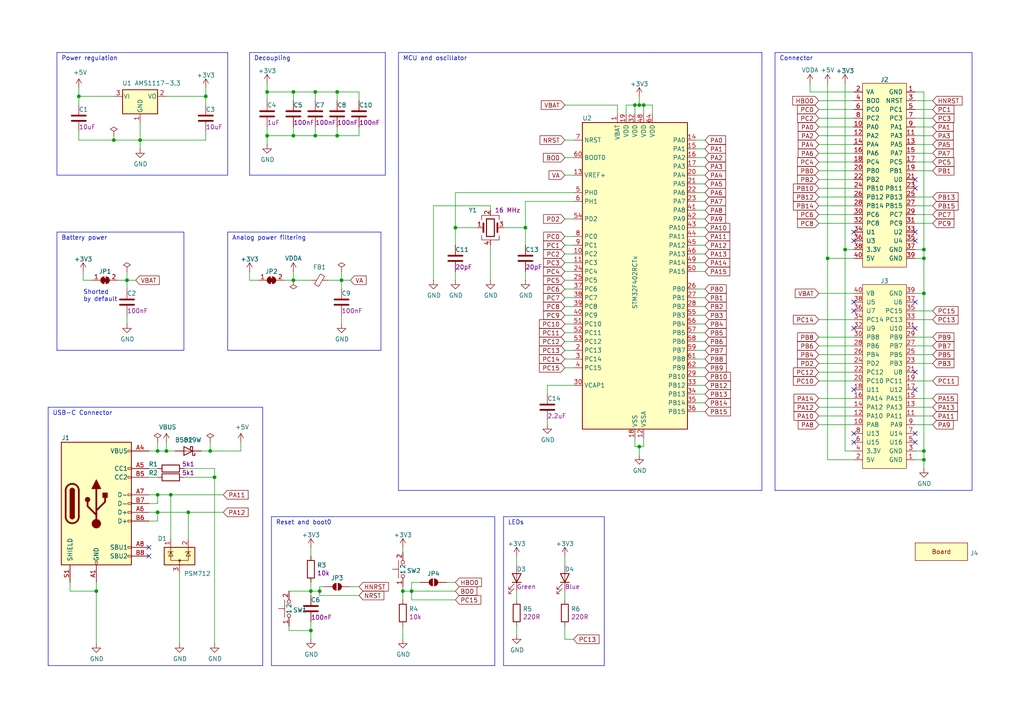
<source format=kicad_sch>
(kicad_sch (version 20250114) (generator "eeschema") (generator_version "9.0")
  (paper "A4")
  (title_block (title "${TITLE}") (date "2021-06-14") (rev "${REVISION}") (company "${COMPANY}") (comment 1 "${AUTHOR}") (comment 2 "${AUTHOR_EMAIL}") (comment 3 "${URL}"))
  (text "Connector" (at 226.06 17.78 0) (effects (font (size 1.27 1.27)) (justify left bottom)))
  (text "Power regulation" (at 17.78 17.78 0) (effects (font (size 1.27 1.27)) (justify left bottom)))
  (text "Analog power filtering" (at 67.31 69.85 0) (effects (font (size 1.27 1.27)) (justify left bottom)))
  (text "Shorted\nby default" (at 24.13 87.63 0) (effects (font (size 1.27 1.27)) (justify left bottom)))
  (text "Battery power" (at 17.78 69.85 0) (effects (font (size 1.27 1.27)) (justify left bottom)))
  (text "LEDs" (at 147.32 152.4 0) (effects (font (size 1.27 1.27)) (justify left bottom)))
  (text "Reset and boot0" (at 80.01 152.4 0) (effects (font (size 1.27 1.27)) (justify left bottom)))
  (text "USB-C Connector" (at 15.24 120.65 0) (effects (font (size 1.27 1.27)) (justify left bottom)))
  (text "MCU and oscillator" (at 116.84 17.78 0) (effects (font (size 1.27 1.27)) (justify left bottom)))
  (text "Decoupling" (at 73.66 17.78 0) (effects (font (size 1.27 1.27)) (justify left bottom)))
  (junction (at 45.72 148.59))
  (junction (at 90.17 171.45))
  (junction (at 184.15 30.48))
  (junction (at 267.97 130.81))
  (junction (at 36.83 81.28))
  (junction (at 85.09 26.67))
  (junction (at 186.69 30.48))
  (junction (at 85.09 39.37))
  (junction (at 85.09 81.28))
  (junction (at 97.79 39.37))
  (junction (at 48.26 130.81))
  (junction (at 267.97 74.93))
  (junction (at 267.97 133.35))
  (junction (at 60.96 130.81))
  (junction (at 240.03 74.93))
  (junction (at 90.17 182.88))
  (junction (at 40.64 40.64))
  (junction (at 92.71 171.45))
  (junction (at 59.69 27.94))
  (junction (at 116.84 171.45))
  (junction (at 91.44 26.67))
  (junction (at 45.72 143.51))
  (junction (at 119.38 171.45))
  (junction (at 152.4 66.04))
  (junction (at 62.23 138.43))
  (junction (at 185.42 129.54))
  (junction (at 132.08 66.04))
  (junction (at 77.47 39.37))
  (junction (at 77.47 26.67))
  (junction (at 49.53 143.51))
  (junction (at 99.06 81.28))
  (junction (at 97.79 26.67))
  (junction (at 22.86 27.94))
  (junction (at 54.61 148.59))
  (junction (at 245.11 72.39))
  (junction (at 267.97 72.39))
  (junction (at 185.42 30.48))
  (junction (at 27.94 171.45))
  (junction (at 33.02 40.64))
  (junction (at 91.44 39.37))
  (junction (at 267.97 85.09))
  (junction (at 45.72 130.81))
  (no_connect (at 43.18 161.29))
  (no_connect (at 265.43 52.07))
  (no_connect (at 265.43 54.61))
  (no_connect (at 247.65 67.31))
  (no_connect (at 247.65 69.85))
  (no_connect (at 265.43 67.31))
  (no_connect (at 265.43 69.85))
  (no_connect (at 265.43 125.73))
  (no_connect (at 265.43 128.27))
  (no_connect (at 265.43 87.63))
  (no_connect (at 265.43 95.25))
  (no_connect (at 265.43 113.03))
  (no_connect (at 247.65 87.63))
  (no_connect (at 247.65 90.17))
  (no_connect (at 247.65 95.25))
  (no_connect (at 247.65 125.73))
  (no_connect (at 247.65 128.27))
  (no_connect (at 247.65 113.03))
  (no_connect (at 265.43 107.95))
  (no_connect (at 43.18 158.75))
  (wire (pts (xy 265.43 123.19) (xy 270.51 123.19)))
  (wire (pts (xy 184.15 129.54) (xy 185.42 129.54)))
  (wire (pts (xy 166.37 83.82) (xy 163.83 83.82)))
  (polyline (pts (xy 78.74 193.04) (xy 78.74 149.86)))
  (wire (pts (xy 166.37 55.88) (xy 132.08 55.88)))
  (wire (pts (xy 152.4 58.42) (xy 166.37 58.42)))
  (wire (pts (xy 267.97 130.81) (xy 265.43 130.81)))
  (polyline (pts (xy 143.51 193.04) (xy 78.74 193.04)))
  (wire (pts (xy 97.79 39.37) (xy 97.79 36.83)))
  (wire (pts (xy 132.08 173.99) (xy 119.38 173.99)))
  (wire (pts (xy 45.72 128.27) (xy 45.72 130.81)))
  (wire (pts (xy 92.71 171.45) (xy 92.71 170.18)))
  (wire (pts (xy 92.71 170.18) (xy 93.98 170.18)))
  (wire (pts (xy 267.97 85.09) (xy 267.97 130.81)))
  (wire (pts (xy 48.26 128.27) (xy 48.26 130.81)))
  (polyline (pts (xy 149.86 149.86) (xy 175.26 149.86)))
  (wire (pts (xy 45.72 148.59) (xy 54.61 148.59)))
  (wire (pts (xy 237.49 46.99) (xy 247.65 46.99)))
  (wire (pts (xy 265.43 64.77) (xy 270.51 64.77)))
  (wire (pts (xy 104.14 172.72) (xy 92.71 172.72)))
  (wire (pts (xy 267.97 133.35) (xy 267.97 130.81)))
  (wire (pts (xy 247.65 72.39) (xy 245.11 72.39)))
  (wire (pts (xy 163.83 106.68) (xy 166.37 106.68)))
  (wire (pts (xy 90.17 158.75) (xy 90.17 161.29)))
  (wire (pts (xy 201.93 53.34) (xy 204.47 53.34)))
  (wire (pts (xy 125.73 59.69) (xy 125.73 81.28)))
  (wire (pts (xy 237.49 120.65) (xy 247.65 120.65)))
  (wire (pts (xy 166.37 78.74) (xy 163.83 78.74)))
  (wire (pts (xy 163.83 63.5) (xy 166.37 63.5)))
  (wire (pts (xy 152.4 58.42) (xy 152.4 66.04)))
  (wire (pts (xy 186.69 127) (xy 186.69 129.54)))
  (wire (pts (xy 265.43 46.99) (xy 270.51 46.99)))
  (wire (pts (xy 201.93 86.36) (xy 204.47 86.36)))
  (wire (pts (xy 204.47 104.14) (xy 201.93 104.14)))
  (wire (pts (xy 158.75 121.92) (xy 158.75 123.19)))
  (wire (pts (xy 240.03 74.93) (xy 240.03 133.35)))
  (polyline (pts (xy 16.51 67.31) (xy 53.34 67.31)))
  (wire (pts (xy 166.37 73.66) (xy 163.83 73.66)))
  (wire (pts (xy 184.15 33.02) (xy 184.15 30.48)))
  (wire (pts (xy 201.93 91.44) (xy 204.47 91.44)))
  (wire (pts (xy 247.65 100.33) (xy 237.49 100.33)))
  (wire (pts (xy 43.18 146.05) (xy 45.72 146.05)))
  (wire (pts (xy 237.49 115.57) (xy 247.65 115.57)))
  (polyline (pts (xy 115.57 142.24) (xy 115.57 15.24)))
  (wire (pts (xy 116.84 171.45) (xy 116.84 173.99)))
  (wire (pts (xy 270.51 115.57) (xy 265.43 115.57)))
  (wire (pts (xy 270.51 34.29) (xy 265.43 34.29)))
  (wire (pts (xy 132.08 55.88) (xy 132.08 66.04)))
  (wire (pts (xy 90.17 185.42) (xy 90.17 182.88)))
  (wire (pts (xy 181.61 30.48) (xy 184.15 30.48)))
  (wire (pts (xy 119.38 171.45) (xy 119.38 168.91)))
  (wire (pts (xy 204.47 50.8) (xy 201.93 50.8)))
  (polyline (pts (xy 66.04 50.8) (xy 16.51 50.8)))
  (wire (pts (xy 77.47 26.67) (xy 77.47 24.13)))
  (wire (pts (xy 204.47 60.96) (xy 201.93 60.96)))
  (wire (pts (xy 149.86 163.83) (xy 149.86 161.29)))
  (wire (pts (xy 163.83 45.72) (xy 166.37 45.72)))
  (polyline (pts (xy 33.02 101.6) (xy 53.34 101.6)))
  (wire (pts (xy 91.44 29.21) (xy 91.44 26.67)))
  (wire (pts (xy 237.49 44.45) (xy 247.65 44.45)))
  (wire (pts (xy 104.14 39.37) (xy 97.79 39.37)))
  (wire (pts (xy 186.69 30.48) (xy 189.23 30.48)))
  (wire (pts (xy 62.23 138.43) (xy 62.23 186.69)))
  (wire (pts (xy 24.13 81.28) (xy 26.67 81.28)))
  (wire (pts (xy 40.64 43.18) (xy 40.64 40.64)))
  (polyline (pts (xy 281.94 142.24) (xy 224.79 142.24)))
  (wire (pts (xy 97.79 26.67) (xy 97.79 29.21)))
  (polyline (pts (xy 76.2 118.11) (xy 76.2 193.04)))
  (polyline (pts (xy 175.26 193.04) (xy 146.05 193.04)))
  (wire (pts (xy 186.69 129.54) (xy 185.42 129.54)))
  (polyline (pts (xy 33.02 101.6) (xy 16.51 101.6)))
  (wire (pts (xy 77.47 36.83) (xy 77.47 39.37)))
  (polyline (pts (xy 236.22 15.24) (xy 281.94 15.24)))
  (wire (pts (xy 204.47 45.72) (xy 201.93 45.72)))
  (wire (pts (xy 142.24 59.69) (xy 125.73 59.69)))
  (wire (pts (xy 33.02 40.64) (xy 40.64 40.64)))
  (wire (pts (xy 201.93 111.76) (xy 204.47 111.76)))
  (wire (pts (xy 270.51 118.11) (xy 265.43 118.11)))
  (wire (pts (xy 270.51 44.45) (xy 265.43 44.45)))
  (wire (pts (xy 77.47 26.67) (xy 85.09 26.67)))
  (wire (pts (xy 204.47 71.12) (xy 201.93 71.12)))
  (polyline (pts (xy 16.51 101.6) (xy 16.51 67.31)))
  (wire (pts (xy 83.82 182.88) (xy 90.17 182.88)))
  (wire (pts (xy 92.71 172.72) (xy 92.71 171.45)))
  (wire (pts (xy 201.93 68.58) (xy 204.47 68.58)))
  (wire (pts (xy 22.86 27.94) (xy 22.86 25.4)))
  (wire (pts (xy 201.93 63.5) (xy 204.47 63.5)))
  (wire (pts (xy 184.15 127) (xy 184.15 129.54)))
  (wire (pts (xy 247.65 130.81) (xy 245.11 130.81)))
  (polyline (pts (xy 66.04 67.31) (xy 66.04 101.6)))
  (wire (pts (xy 237.49 97.79) (xy 247.65 97.79)))
  (polyline (pts (xy 175.26 149.86) (xy 175.26 193.04)))
  (wire (pts (xy 204.47 66.04) (xy 201.93 66.04)))
  (wire (pts (xy 158.75 111.76) (xy 166.37 111.76)))
  (wire (pts (xy 97.79 26.67) (xy 91.44 26.67)))
  (wire (pts (xy 270.51 97.79) (xy 265.43 97.79)))
  (wire (pts (xy 163.83 81.28) (xy 166.37 81.28)))
  (polyline (pts (xy 224.79 15.24) (xy 236.22 15.24)))
  (wire (pts (xy 59.69 38.1) (xy 59.69 40.64)))
  (wire (pts (xy 142.24 60.96) (xy 142.24 59.69)))
  (wire (pts (xy 104.14 36.83) (xy 104.14 39.37)))
  (polyline (pts (xy 16.51 50.8) (xy 16.51 15.24)))
  (wire (pts (xy 58.42 130.81) (xy 60.96 130.81)))
  (wire (pts (xy 142.24 71.12) (xy 142.24 81.28)))
  (polyline (pts (xy 53.34 67.31) (xy 53.34 101.6)))
  (wire (pts (xy 43.18 143.51) (xy 45.72 143.51)))
  (wire (pts (xy 189.23 33.02) (xy 189.23 30.48)))
  (wire (pts (xy 201.93 58.42) (xy 204.47 58.42)))
  (wire (pts (xy 237.49 107.95) (xy 247.65 107.95)))
  (wire (pts (xy 24.13 78.74) (xy 24.13 81.28)))
  (wire (pts (xy 36.83 81.28) (xy 36.83 83.82)))
  (wire (pts (xy 49.53 143.51) (xy 49.53 156.21)))
  (wire (pts (xy 201.93 48.26) (xy 204.47 48.26)))
  (wire (pts (xy 247.65 118.11) (xy 237.49 118.11)))
  (wire (pts (xy 48.26 130.81) (xy 50.8 130.81)))
  (wire (pts (xy 247.65 110.49) (xy 237.49 110.49)))
  (wire (pts (xy 163.83 96.52) (xy 166.37 96.52)))
  (polyline (pts (xy 146.05 149.86) (xy 149.86 149.86)))
  (wire (pts (xy 99.06 81.28) (xy 99.06 83.82)))
  (wire (pts (xy 270.51 110.49) (xy 265.43 110.49)))
  (polyline (pts (xy 146.05 193.04) (xy 146.05 149.86)))
  (polyline (pts (xy 143.51 149.86) (xy 143.51 152.4)))
  (wire (pts (xy 201.93 73.66) (xy 204.47 73.66)))
  (wire (pts (xy 166.37 99.06) (xy 163.83 99.06)))
  (wire (pts (xy 240.03 74.93) (xy 247.65 74.93)))
  (wire (pts (xy 90.17 171.45) (xy 92.71 171.45)))
  (wire (pts (xy 116.84 158.75) (xy 116.84 160.02)))
  (polyline (pts (xy 224.79 142.24) (xy 224.79 15.24)))
  (polyline (pts (xy 143.51 152.4) (xy 143.51 193.04)))
  (wire (pts (xy 85.09 81.28) (xy 90.17 81.28)))
  (wire (pts (xy 36.83 78.74) (xy 36.83 81.28)))
  (wire (pts (xy 34.29 81.28) (xy 36.83 81.28)))
  (wire (pts (xy 265.43 72.39) (xy 267.97 72.39)))
  (wire (pts (xy 204.47 55.88) (xy 201.93 55.88)))
  (wire (pts (xy 27.94 171.45) (xy 27.94 186.69)))
  (wire (pts (xy 43.18 151.13) (xy 45.72 151.13)))
  (wire (pts (xy 163.83 181.61) (xy 163.83 185.42)))
  (wire (pts (xy 204.47 76.2) (xy 201.93 76.2)))
  (wire (pts (xy 77.47 39.37) (xy 85.09 39.37)))
  (wire (pts (xy 45.72 130.81) (xy 48.26 130.81)))
  (wire (pts (xy 22.86 38.1) (xy 22.86 40.64)))
  (wire (pts (xy 116.84 170.18) (xy 116.84 171.45)))
  (wire (pts (xy 237.49 41.91) (xy 247.65 41.91)))
  (wire (pts (xy 22.86 40.64) (xy 33.02 40.64)))
  (wire (pts (xy 53.34 138.43) (xy 62.23 138.43)))
  (wire (pts (xy 62.23 135.89) (xy 62.23 138.43)))
  (wire (pts (xy 22.86 27.94) (xy 33.02 27.94)))
  (wire (pts (xy 166.37 93.98) (xy 163.83 93.98)))
  (wire (pts (xy 185.42 129.54) (xy 185.42 132.08)))
  (wire (pts (xy 97.79 39.37) (xy 91.44 39.37)))
  (polyline (pts (xy 115.57 15.24) (xy 189.23 15.24)))
  (wire (pts (xy 99.06 81.28) (xy 101.6 81.28)))
  (wire (pts (xy 270.51 49.53) (xy 265.43 49.53)))
  (wire (pts (xy 40.64 35.56) (xy 40.64 40.64)))
  (wire (pts (xy 237.49 102.87) (xy 247.65 102.87)))
  (wire (pts (xy 270.51 120.65) (xy 265.43 120.65)))
  (wire (pts (xy 85.09 26.67) (xy 85.09 29.21)))
  (wire (pts (xy 43.18 130.81) (xy 45.72 130.81)))
  (wire (pts (xy 40.64 40.64) (xy 59.69 40.64)))
  (wire (pts (xy 201.93 106.68) (xy 204.47 106.68)))
  (wire (pts (xy 90.17 168.91) (xy 90.17 171.45)))
  (polyline (pts (xy 111.76 15.24) (xy 111.76 50.8)))
  (wire (pts (xy 152.4 66.04) (xy 152.4 71.12)))
  (wire (pts (xy 119.38 168.91) (xy 121.92 168.91)))
  (wire (pts (xy 237.49 62.23) (xy 247.65 62.23)))
  (wire (pts (xy 104.14 26.67) (xy 97.79 26.67)))
  (wire (pts (xy 132.08 171.45) (xy 119.38 171.45)))
  (wire (pts (xy 69.85 130.81) (xy 69.85 128.27)))
  (wire (pts (xy 166.37 88.9) (xy 163.83 88.9)))
  (wire (pts (xy 247.65 26.67) (xy 234.95 26.67)))
  (wire (pts (xy 132.08 78.74) (xy 132.08 81.28)))
  (wire (pts (xy 53.34 135.89) (xy 62.23 135.89)))
  (polyline (pts (xy 78.74 149.86) (xy 143.51 149.86)))
  (wire (pts (xy 204.47 40.64) (xy 201.93 40.64)))
  (wire (pts (xy 54.61 148.59) (xy 54.61 156.21)))
  (wire (pts (xy 119.38 173.99) (xy 119.38 171.45)))
  (wire (pts (xy 201.93 101.6) (xy 204.47 101.6)))
  (wire (pts (xy 237.49 29.21) (xy 247.65 29.21)))
  (wire (pts (xy 265.43 31.75) (xy 270.51 31.75)))
  (polyline (pts (xy 110.49 101.6) (xy 66.04 101.6)))
  (wire (pts (xy 163.83 40.64) (xy 166.37 40.64)))
  (wire (pts (xy 72.39 78.74) (xy 72.39 81.28)))
  (wire (pts (xy 237.49 52.07) (xy 247.65 52.07)))
  (wire (pts (xy 83.82 171.45) (xy 90.17 171.45)))
  (wire (pts (xy 77.47 26.67) (xy 77.47 29.21)))
  (wire (pts (xy 91.44 39.37) (xy 85.09 39.37)))
  (wire (pts (xy 43.18 135.89) (xy 45.72 135.89)))
  (wire (pts (xy 270.51 62.23) (xy 265.43 62.23)))
  (wire (pts (xy 247.65 105.41) (xy 237.49 105.41)))
  (wire (pts (xy 101.6 170.18) (xy 104.14 170.18)))
  (wire (pts (xy 158.75 111.76) (xy 158.75 114.3)))
  (wire (pts (xy 181.61 33.02) (xy 181.61 30.48)))
  (wire (pts (xy 48.26 27.94) (xy 59.69 27.94)))
  (wire (pts (xy 163.83 101.6) (xy 166.37 101.6)))
  (wire (pts (xy 90.17 182.88) (xy 90.17 180.34)))
  (wire (pts (xy 163.83 76.2) (xy 166.37 76.2)))
  (polyline (pts (xy 66.04 67.31) (xy 110.49 67.31)))
  (wire (pts (xy 20.32 171.45) (xy 27.94 171.45)))
  (wire (pts (xy 49.53 143.51) (xy 64.77 143.51)))
  (wire (pts (xy 204.47 109.22) (xy 201.93 109.22)))
  (wire (pts (xy 163.83 185.42) (xy 166.37 185.42)))
  (polyline (pts (xy 220.98 15.24) (xy 220.98 142.24)))
  (wire (pts (xy 99.06 78.74) (xy 99.06 81.28)))
  (wire (pts (xy 234.95 26.67) (xy 234.95 24.13)))
  (wire (pts (xy 163.83 171.45) (xy 163.83 173.99)))
  (wire (pts (xy 237.49 39.37) (xy 247.65 39.37)))
  (wire (pts (xy 270.51 39.37) (xy 265.43 39.37)))
  (wire (pts (xy 85.09 78.74) (xy 85.09 81.28)))
  (polyline (pts (xy 13.97 118.11) (xy 76.2 118.11)))
  (wire (pts (xy 83.82 181.61) (xy 83.82 182.88)))
  (wire (pts (xy 245.11 72.39) (xy 245.11 130.81)))
  (polyline (pts (xy 76.2 193.04) (xy 13.97 193.04)))
  (wire (pts (xy 265.43 41.91) (xy 270.51 41.91)))
  (wire (pts (xy 163.83 50.8) (xy 166.37 50.8)))
  (wire (pts (xy 247.65 123.19) (xy 237.49 123.19)))
  (wire (pts (xy 237.49 92.71) (xy 247.65 92.71)))
  (wire (pts (xy 129.54 168.91) (xy 132.08 168.91)))
  (wire (pts (xy 267.97 74.93) (xy 267.97 85.09)))
  (polyline (pts (xy 76.2 193.04) (xy 76.2 193.04)))
  (wire (pts (xy 91.44 36.83) (xy 91.44 39.37)))
  (wire (pts (xy 45.72 151.13) (xy 45.72 148.59)))
  (wire (pts (xy 104.14 29.21) (xy 104.14 26.67)))
  (wire (pts (xy 185.42 27.94) (xy 185.42 30.48)))
  (wire (pts (xy 237.49 54.61) (xy 247.65 54.61)))
  (wire (pts (xy 265.43 29.21) (xy 270.51 29.21)))
  (wire (pts (xy 201.93 116.84) (xy 204.47 116.84)))
  (wire (pts (xy 152.4 78.74) (xy 152.4 81.28)))
  (wire (pts (xy 201.93 96.52) (xy 204.47 96.52)))
  (wire (pts (xy 267.97 72.39) (xy 267.97 74.93)))
  (wire (pts (xy 204.47 93.98) (xy 201.93 93.98)))
  (wire (pts (xy 237.49 36.83) (xy 247.65 36.83)))
  (wire (pts (xy 52.07 166.37) (xy 52.07 186.69)))
  (wire (pts (xy 166.37 104.14) (xy 163.83 104.14)))
  (polyline (pts (xy 111.76 50.8) (xy 72.39 50.8)))
  (wire (pts (xy 204.47 83.82) (xy 201.93 83.82)))
  (wire (pts (xy 45.72 143.51) (xy 49.53 143.51)))
  (wire (pts (xy 265.43 59.69) (xy 270.51 59.69)))
  (wire (pts (xy 265.43 74.93) (xy 267.97 74.93)))
  (wire (pts (xy 267.97 85.09) (xy 265.43 85.09)))
  (wire (pts (xy 163.83 91.44) (xy 166.37 91.44)))
  (wire (pts (xy 72.39 81.28) (xy 74.93 81.28)))
  (wire (pts (xy 163.83 71.12) (xy 166.37 71.12)))
  (wire (pts (xy 201.93 43.18) (xy 204.47 43.18)))
  (wire (pts (xy 20.32 168.91) (xy 20.32 171.45)))
  (polyline (pts (xy 13.97 193.04) (xy 13.97 118.11)))
  (wire (pts (xy 237.49 64.77) (xy 247.65 64.77)))
  (wire (pts (xy 33.02 39.37) (xy 33.02 40.64)))
  (wire (pts (xy 77.47 41.91) (xy 77.47 39.37)))
  (wire (pts (xy 267.97 135.89) (xy 267.97 133.35)))
  (wire (pts (xy 149.86 184.15) (xy 149.86 181.61)))
  (wire (pts (xy 36.83 81.28) (xy 39.37 81.28)))
  (wire (pts (xy 22.86 27.94) (xy 22.86 30.48)))
  (wire (pts (xy 270.51 92.71) (xy 265.43 92.71)))
  (polyline (pts (xy 16.51 15.24) (xy 39.37 15.24)))
  (wire (pts (xy 237.49 85.09) (xy 247.65 85.09)))
  (wire (pts (xy 184.15 30.48) (xy 185.42 30.48)))
  (wire (pts (xy 59.69 27.94) (xy 59.69 25.4)))
  (wire (pts (xy 166.37 68.58) (xy 163.83 68.58)))
  (wire (pts (xy 95.25 81.28) (xy 99.06 81.28)))
  (wire (pts (xy 116.84 181.61) (xy 116.84 185.42)))
  (wire (pts (xy 204.47 119.38) (xy 201.93 119.38)))
  (wire (pts (xy 36.83 91.44) (xy 36.83 93.98)))
  (wire (pts (xy 45.72 148.59) (xy 43.18 148.59)))
  (wire (pts (xy 45.72 138.43) (xy 43.18 138.43)))
  (wire (pts (xy 270.51 102.87) (xy 265.43 102.87)))
  (wire (pts (xy 240.03 24.13) (xy 240.03 74.93)))
  (wire (pts (xy 265.43 100.33) (xy 270.51 100.33)))
  (wire (pts (xy 91.44 26.67) (xy 85.09 26.67)))
  (wire (pts (xy 138.43 66.04) (xy 132.08 66.04)))
  (wire (pts (xy 204.47 114.3) (xy 201.93 114.3)))
  (wire (pts (xy 163.83 161.29) (xy 163.83 163.83)))
  (wire (pts (xy 27.94 168.91) (xy 27.94 171.45)))
  (wire (pts (xy 265.43 90.17) (xy 270.51 90.17)))
  (wire (pts (xy 60.96 130.81) (xy 69.85 130.81)))
  (wire (pts (xy 59.69 27.94) (xy 59.69 30.48)))
  (wire (pts (xy 201.93 78.74) (xy 204.47 78.74)))
  (wire (pts (xy 132.08 66.04) (xy 132.08 71.12)))
  (polyline (pts (xy 39.37 15.24) (xy 66.04 15.24)))
  (polyline (pts (xy 66.04 15.24) (xy 66.04 50.8)))
  (polyline (pts (xy 110.49 67.31) (xy 110.49 101.6)))
  (wire (pts (xy 270.51 57.15) (xy 265.43 57.15)))
  (wire (pts (xy 99.06 91.44) (xy 99.06 93.98)))
  (wire (pts (xy 45.72 146.05) (xy 45.72 143.51)))
  (wire (pts (xy 185.42 30.48) (xy 186.69 30.48)))
  (wire (pts (xy 146.05 66.04) (xy 152.4 66.04)))
  (polyline (pts (xy 220.98 142.24) (xy 115.57 142.24)))
  (wire (pts (xy 60.96 128.27) (xy 60.96 130.81)))
  (wire (pts (xy 179.07 33.02) (xy 179.07 30.48)))
  (wire (pts (xy 54.61 148.59) (xy 64.77 148.59)))
  (wire (pts (xy 265.43 26.67) (xy 267.97 26.67)))
  (wire (pts (xy 267.97 133.35) (xy 265.43 133.35)))
  (polyline (pts (xy 189.23 15.24) (xy 220.98 15.24)))
  (wire (pts (xy 119.38 171.45) (xy 116.84 171.45)))
  (wire (pts (xy 204.47 99.06) (xy 201.93 99.06)))
  (wire (pts (xy 186.69 33.02) (xy 186.69 30.48)))
  (wire (pts (xy 237.49 34.29) (xy 247.65 34.29)))
  (wire (pts (xy 163.83 30.48) (xy 179.07 30.48)))
  (wire (pts (xy 82.55 81.28) (xy 85.09 81.28)))
  (wire (pts (xy 149.86 173.99) (xy 149.86 171.45)))
  (polyline (pts (xy 281.94 15.24) (xy 281.94 142.24)))
  (polyline (pts (xy 72.39 15.24) (xy 111.76 15.24)))
  (wire (pts (xy 240.03 133.35) (xy 247.65 133.35)))
  (wire (pts (xy 237.49 59.69) (xy 247.65 59.69)))
  (wire (pts (xy 85.09 39.37) (xy 85.09 36.83)))
  (wire (pts (xy 237.49 31.75) (xy 247.65 31.75)))
  (wire (pts (xy 267.97 26.67) (xy 267.97 72.39)))
  (wire (pts (xy 245.11 24.13) (xy 245.11 72.39)))
  (wire (pts (xy 90.17 171.45) (xy 90.17 172.72)))
  (wire (pts (xy 237.49 57.15) (xy 247.65 57.15)))
  (wire (pts (xy 265.43 36.83) (xy 270.51 36.83)))
  (polyline (pts (xy 72.39 15.24) (xy 72.39 50.8)))
  (wire (pts (xy 163.83 86.36) (xy 166.37 86.36)))
  (wire (pts (xy 204.47 88.9) (xy 201.93 88.9)))
  (wire (pts (xy 270.51 105.41) (xy 265.43 105.41)))
  (wire (pts (xy 237.49 49.53) (xy 247.65 49.53)))
  (global_label "PC8" (shape input) (at 163.83 88.9 180) (property "Intersheetrefs" "${INTERSHEET_REFS}" (effects (hide yes))))
  (global_label "PC11" (shape input) (at 270.51 110.49 0) (property "Intersheetrefs" "${INTERSHEET_REFS}" (effects (hide yes))))
  (global_label "PA9" (shape input) (at 270.51 123.19 0) (property "Intersheetrefs" "${INTERSHEET_REFS}" (effects (hide yes))))
  (global_label "PB10" (shape input) (at 237.49 54.61 180) (property "Intersheetrefs" "${INTERSHEET_REFS}" (effects (hide yes))))
  (global_label "PB14" (shape input) (at 237.49 59.69 180) (property "Intersheetrefs" "${INTERSHEET_REFS}" (effects (hide yes))))
  (global_label "NRST" (shape input) (at 163.83 40.64 180) (property "Intersheetrefs" "${INTERSHEET_REFS}" (effects (hide yes))))
  (global_label "PA14" (shape input) (at 204.47 76.2 0) (property "Intersheetrefs" "${INTERSHEET_REFS}" (effects (hide yes))))
  (global_label "VBAT" (shape input) (at 237.49 85.09 180) (property "Intersheetrefs" "${INTERSHEET_REFS}" (effects (hide yes))))
  (global_label "PC3" (shape input) (at 270.51 34.29 0) (property "Intersheetrefs" "${INTERSHEET_REFS}" (effects (hide yes))))
  (global_label "PA6" (shape input) (at 237.49 44.45 180) (property "Intersheetrefs" "${INTERSHEET_REFS}" (effects (hide yes))))
  (global_label "NRST" (shape input) (at 104.14 172.72 0) (property "Intersheetrefs" "${INTERSHEET_REFS}" (effects (hide yes))))
  (global_label "PC2" (shape input) (at 237.49 34.29 180) (property "Intersheetrefs" "${INTERSHEET_REFS}" (effects (hide yes))))
  (global_label "PC15" (shape input) (at 270.51 90.17 0) (property "Intersheetrefs" "${INTERSHEET_REFS}" (effects (hide yes))))
  (global_label "PC13" (shape input) (at 163.83 101.6 180) (property "Intersheetrefs" "${INTERSHEET_REFS}" (effects (hide yes))))
  (global_label "PA13" (shape input) (at 204.47 73.66 0) (property "Intersheetrefs" "${INTERSHEET_REFS}" (effects (hide yes))))
  (global_label "PB2" (shape input) (at 204.47 88.9 0) (property "Intersheetrefs" "${INTERSHEET_REFS}" (effects (hide yes))))
  (global_label "PB9" (shape input) (at 204.47 106.68 0) (property "Intersheetrefs" "${INTERSHEET_REFS}" (effects (hide yes))))
  (global_label "HBO0" (shape input) (at 237.49 29.21 180) (property "Intersheetrefs" "${INTERSHEET_REFS}" (effects (hide yes))))
  (global_label "BO0" (shape input) (at 163.83 45.72 180) (property "Intersheetrefs" "${INTERSHEET_REFS}" (effects (hide yes))))
  (global_label "PC11" (shape input) (at 163.83 96.52 180) (property "Intersheetrefs" "${INTERSHEET_REFS}" (effects (hide yes))))
  (global_label "PB2" (shape input) (at 237.49 52.07 180) (property "Intersheetrefs" "${INTERSHEET_REFS}" (effects (hide yes))))
  (global_label "PC12" (shape input) (at 237.49 107.95 180) (property "Intersheetrefs" "${INTERSHEET_REFS}" (effects (hide yes))))
  (global_label "PB6" (shape input) (at 237.49 100.33 180) (property "Intersheetrefs" "${INTERSHEET_REFS}" (effects (hide yes))))
  (global_label "PC2" (shape input) (at 163.83 73.66 180) (property "Intersheetrefs" "${INTERSHEET_REFS}" (effects (hide yes))))
  (global_label "PB15" (shape input) (at 270.51 59.69 0) (property "Intersheetrefs" "${INTERSHEET_REFS}" (effects (hide yes))))
  (global_label "PA4" (shape input) (at 204.47 50.8 0) (property "Intersheetrefs" "${INTERSHEET_REFS}" (effects (hide yes))))
  (global_label "PB5" (shape input) (at 270.51 102.87 0) (property "Intersheetrefs" "${INTERSHEET_REFS}" (effects (hide yes))))
  (global_label "PC13" (shape input) (at 166.37 185.42 0) (property "Intersheetrefs" "${INTERSHEET_REFS}" (effects (hide yes))))
  (global_label "PC3" (shape input) (at 163.83 76.2 180) (property "Intersheetrefs" "${INTERSHEET_REFS}" (effects (hide yes))))
  (global_label "PC7" (shape input) (at 163.83 86.36 180) (property "Intersheetrefs" "${INTERSHEET_REFS}" (effects (hide yes))))
  (global_label "PA3" (shape input) (at 270.51 39.37 0) (property "Intersheetrefs" "${INTERSHEET_REFS}" (effects (hide yes))))
  (global_label "PA8" (shape input) (at 204.47 60.96 0) (property "Intersheetrefs" "${INTERSHEET_REFS}" (effects (hide yes))))
  (global_label "PD2" (shape input) (at 163.83 63.5 180) (property "Intersheetrefs" "${INTERSHEET_REFS}" (effects (hide yes))))
  (global_label "PB14" (shape input) (at 204.47 116.84 0) (property "Intersheetrefs" "${INTERSHEET_REFS}" (effects (hide yes))))
  (global_label "PB12" (shape input) (at 204.47 111.76 0) (property "Intersheetrefs" "${INTERSHEET_REFS}" (effects (hide yes))))
  (global_label "PB9" (shape input) (at 270.51 97.79 0) (property "Intersheetrefs" "${INTERSHEET_REFS}" (effects (hide yes))))
  (global_label "PB3" (shape input) (at 204.47 91.44 0) (property "Intersheetrefs" "${INTERSHEET_REFS}" (effects (hide yes))))
  (global_label "PB13" (shape input) (at 204.47 114.3 0) (property "Intersheetrefs" "${INTERSHEET_REFS}" (effects (hide yes))))
  (global_label "PC4" (shape input) (at 163.83 78.74 180) (property "Intersheetrefs" "${INTERSHEET_REFS}" (effects (hide yes))))
  (global_label "PA12" (shape input) (at 237.49 118.11 180) (property "Intersheetrefs" "${INTERSHEET_REFS}" (effects (hide yes))))
  (global_label "PA11" (shape input) (at 64.77 143.51 0) (property "Intersheetrefs" "${INTERSHEET_REFS}" (effects (hide yes))))
  (global_label "HBO0" (shape input) (at 132.08 168.91 0) (property "Intersheetrefs" "${INTERSHEET_REFS}" (effects (hide yes))))
  (global_label "PA7" (shape input) (at 270.51 44.45 0) (property "Intersheetrefs" "${INTERSHEET_REFS}" (effects (hide yes))))
  (global_label "PA2" (shape input) (at 204.47 45.72 0) (property "Intersheetrefs" "${INTERSHEET_REFS}" (effects (hide yes))))
  (global_label "PD2" (shape input) (at 237.49 105.41 180) (property "Intersheetrefs" "${INTERSHEET_REFS}" (effects (hide yes))))
  (global_label "PB0" (shape input) (at 204.47 83.82 0) (property "Intersheetrefs" "${INTERSHEET_REFS}" (effects (hide yes))))
  (global_label "PC5" (shape input) (at 163.83 81.28 180) (property "Intersheetrefs" "${INTERSHEET_REFS}" (effects (hide yes))))
  (global_label "PB4" (shape input) (at 237.49 102.87 180) (property "Intersheetrefs" "${INTERSHEET_REFS}" (effects (hide yes))))
  (global_label "PA2" (shape input) (at 237.49 39.37 180) (property "Intersheetrefs" "${INTERSHEET_REFS}" (effects (hide yes))))
  (global_label "VA" (shape input) (at 101.6 81.28 0) (property "Intersheetrefs" "${INTERSHEET_REFS}" (effects (hide yes))))
  (global_label "PA9" (shape input) (at 204.47 63.5 0) (property "Intersheetrefs" "${INTERSHEET_REFS}" (effects (hide yes))))
  (global_label "PA7" (shape input) (at 204.47 58.42 0) (property "Intersheetrefs" "${INTERSHEET_REFS}" (effects (hide yes))))
  (global_label "PB15" (shape input) (at 204.47 119.38 0) (property "Intersheetrefs" "${INTERSHEET_REFS}" (effects (hide yes))))
  (global_label "PB7" (shape input) (at 204.47 101.6 0) (property "Intersheetrefs" "${INTERSHEET_REFS}" (effects (hide yes))))
  (global_label "PA12" (shape input) (at 64.77 148.59 0) (property "Intersheetrefs" "${INTERSHEET_REFS}" (effects (hide yes))))
  (global_label "PA10" (shape input) (at 237.49 120.65 180) (property "Intersheetrefs" "${INTERSHEET_REFS}" (effects (hide yes))))
  (global_label "PC7" (shape input) (at 270.51 62.23 0) (property "Intersheetrefs" "${INTERSHEET_REFS}" (effects (hide yes))))
  (global_label "PC9" (shape input) (at 270.51 64.77 0) (property "Intersheetrefs" "${INTERSHEET_REFS}" (effects (hide yes))))
  (global_label "PA15" (shape input) (at 270.51 115.57 0) (property "Intersheetrefs" "${INTERSHEET_REFS}" (effects (hide yes))))
  (global_label "PB13" (shape input) (at 270.51 57.15 0) (property "Intersheetrefs" "${INTERSHEET_REFS}" (effects (hide yes))))
  (global_label "PB10" (shape input) (at 204.47 109.22 0) (property "Intersheetrefs" "${INTERSHEET_REFS}" (effects (hide yes))))
  (global_label "PC5" (shape input) (at 270.51 46.99 0) (property "Intersheetrefs" "${INTERSHEET_REFS}" (effects (hide yes))))
  (global_label "PC0" (shape input) (at 163.83 68.58 180) (property "Intersheetrefs" "${INTERSHEET_REFS}" (effects (hide yes))))
  (global_label "PB12" (shape input) (at 237.49 57.15 180) (property "Intersheetrefs" "${INTERSHEET_REFS}" (effects (hide yes))))
  (global_label "PA6" (shape input) (at 204.47 55.88 0) (property "Intersheetrefs" "${INTERSHEET_REFS}" (effects (hide yes))))
  (global_label "PC6" (shape input) (at 163.83 83.82 180) (property "Intersheetrefs" "${INTERSHEET_REFS}" (effects (hide yes))))
  (global_label "PB4" (shape input) (at 204.47 93.98 0) (property "Intersheetrefs" "${INTERSHEET_REFS}" (effects (hide yes))))
  (global_label "PC12" (shape input) (at 163.83 99.06 180) (property "Intersheetrefs" "${INTERSHEET_REFS}" (effects (hide yes))))
  (global_label "PB0" (shape input) (at 237.49 49.53 180) (property "Intersheetrefs" "${INTERSHEET_REFS}" (effects (hide yes))))
  (global_label "PC1" (shape input) (at 163.83 71.12 180) (property "Intersheetrefs" "${INTERSHEET_REFS}" (effects (hide yes))))
  (global_label "PC14" (shape input) (at 237.49 92.71 180) (property "Intersheetrefs" "${INTERSHEET_REFS}" (effects (hide yes))))
  (global_label "PC4" (shape input) (at 237.49 46.99 180) (property "Intersheetrefs" "${INTERSHEET_REFS}" (effects (hide yes))))
  (global_label "PA14" (shape input) (at 237.49 115.57 180) (property "Intersheetrefs" "${INTERSHEET_REFS}" (effects (hide yes))))
  (global_label "PA11" (shape input) (at 270.51 120.65 0) (property "Intersheetrefs" "${INTERSHEET_REFS}" (effects (hide yes))))
  (global_label "PA5" (shape input) (at 204.47 53.34 0) (property "Intersheetrefs" "${INTERSHEET_REFS}" (effects (hide yes))))
  (global_label "PA12" (shape input) (at 204.47 71.12 0) (property "Intersheetrefs" "${INTERSHEET_REFS}" (effects (hide yes))))
  (global_label "PB1" (shape input) (at 204.47 86.36 0) (property "Intersheetrefs" "${INTERSHEET_REFS}" (effects (hide yes))))
  (global_label "PB5" (shape input) (at 204.47 96.52 0) (property "Intersheetrefs" "${INTERSHEET_REFS}" (effects (hide yes))))
  (global_label "PC0" (shape input) (at 237.49 31.75 180) (property "Intersheetrefs" "${INTERSHEET_REFS}" (effects (hide yes))))
  (global_label "PA8" (shape input) (at 237.49 123.19 180) (property "Intersheetrefs" "${INTERSHEET_REFS}" (effects (hide yes))))
  (global_label "PA3" (shape input) (at 204.47 48.26 0) (property "Intersheetrefs" "${INTERSHEET_REFS}" (effects (hide yes))))
  (global_label "PA15" (shape input) (at 204.47 78.74 0) (property "Intersheetrefs" "${INTERSHEET_REFS}" (effects (hide yes))))
  (global_label "PB8" (shape input) (at 204.47 104.14 0) (property "Intersheetrefs" "${INTERSHEET_REFS}" (effects (hide yes))))
  (global_label "PB3" (shape input) (at 270.51 105.41 0) (property "Intersheetrefs" "${INTERSHEET_REFS}" (effects (hide yes))))
  (global_label "PC15" (shape input) (at 163.83 106.68 180) (property "Intersheetrefs" "${INTERSHEET_REFS}" (effects (hide yes))))
  (global_label "PC6" (shape input) (at 237.49 62.23 180) (property "Intersheetrefs" "${INTERSHEET_REFS}" (effects (hide yes))))
  (global_label "PA1" (shape input) (at 270.51 36.83 0) (property "Intersheetrefs" "${INTERSHEET_REFS}" (effects (hide yes))))
  (global_label "PB6" (shape input) (at 204.47 99.06 0) (property "Intersheetrefs" "${INTERSHEET_REFS}" (effects (hide yes))))
  (global_label "PB8" (shape input) (at 237.49 97.79 180) (property "Intersheetrefs" "${INTERSHEET_REFS}" (effects (hide yes))))
  (global_label "PC8" (shape input) (at 237.49 64.77 180) (property "Intersheetrefs" "${INTERSHEET_REFS}" (effects (hide yes))))
  (global_label "HNRST" (shape input) (at 270.51 29.21 0) (property "Intersheetrefs" "${INTERSHEET_REFS}" (effects (hide yes))))
  (global_label "HNRST" (shape input) (at 104.14 170.18 0) (property "Intersheetrefs" "${INTERSHEET_REFS}" (effects (hide yes))))
  (global_label "PA11" (shape input) (at 204.47 68.58 0) (property "Intersheetrefs" "${INTERSHEET_REFS}" (effects (hide yes))))
  (global_label "PC13" (shape input) (at 270.51 92.71 0) (property "Intersheetrefs" "${INTERSHEET_REFS}" (effects (hide yes))))
  (global_label "PC15" (shape input) (at 132.08 173.99 0) (property "Intersheetrefs" "${INTERSHEET_REFS}" (effects (hide yes))))
  (global_label "PA0" (shape input) (at 237.49 36.83 180) (property "Intersheetrefs" "${INTERSHEET_REFS}" (effects (hide yes))))
  (global_label "PC14" (shape input) (at 163.83 104.14 180) (property "Intersheetrefs" "${INTERSHEET_REFS}" (effects (hide yes))))
  (global_label "VA" (shape input) (at 163.83 50.8 180) (property "Intersheetrefs" "${INTERSHEET_REFS}" (effects (hide yes))))
  (global_label "VBAT" (shape input) (at 39.37 81.28 0) (property "Intersheetrefs" "${INTERSHEET_REFS}" (effects (hide yes))))
  (global_label "PA1" (shape input) (at 204.47 43.18 0) (property "Intersheetrefs" "${INTERSHEET_REFS}" (effects (hide yes))))
  (global_label "PA13" (shape input) (at 270.51 118.11 0) (property "Intersheetrefs" "${INTERSHEET_REFS}" (effects (hide yes))))
  (global_label "PC9" (shape input) (at 163.83 91.44 180) (property "Intersheetrefs" "${INTERSHEET_REFS}" (effects (hide yes))))
  (global_label "PB1" (shape input) (at 270.51 49.53 0) (property "Intersheetrefs" "${INTERSHEET_REFS}" (effects (hide yes))))
  (global_label "PC1" (shape input) (at 270.51 31.75 0) (property "Intersheetrefs" "${INTERSHEET_REFS}" (effects (hide yes))))
  (global_label "PA5" (shape input) (at 270.51 41.91 0) (property "Intersheetrefs" "${INTERSHEET_REFS}" (effects (hide yes))))
  (global_label "VBAT" (shape input) (at 163.83 30.48 180) (property "Intersheetrefs" "${INTERSHEET_REFS}" (effects (hide yes))))
  (global_label "PC10" (shape input) (at 163.83 93.98 180) (property "Intersheetrefs" "${INTERSHEET_REFS}" (effects (hide yes))))
  (global_label "PB7" (shape input) (at 270.51 100.33 0) (property "Intersheetrefs" "${INTERSHEET_REFS}" (effects (hide yes))))
  (global_label "PA10" (shape input) (at 204.47 66.04 0) (property "Intersheetrefs" "${INTERSHEET_REFS}" (effects (hide yes))))
  (global_label "PA0" (shape input) (at 204.47 40.64 0) (property "Intersheetrefs" "${INTERSHEET_REFS}" (effects (hide yes))))
  (global_label "PA4" (shape input) (at 237.49 41.91 180) (property "Intersheetrefs" "${INTERSHEET_REFS}" (effects (hide yes))))
  (global_label "BO0" (shape input) (at 132.08 171.45 0) (property "Intersheetrefs" "${INTERSHEET_REFS}" (effects (hide yes))))
  (global_label "PC10" (shape input) (at 237.49 110.49 180) (property "Intersheetrefs" "${INTERSHEET_REFS}" (effects (hide yes))))
  (symbol (lib_id "power:GND") (at 185.42 132.08 0) (unit 1)
    (property "Reference" "#PWR030" (effects (hide yes)))
    (property "Value" "GND" (at 185.547 136.4742 0))
    (property "Description" "Power symbol creates a global label with name \"GND\" , ground" (effects (hide yes)))
  )
  (symbol (lib_id "power:GND") (at 267.97 135.89 0) (unit 1)
    (property "Reference" "#PWR034" (effects (hide yes)))
    (property "Value" "GND" (at 268.097 140.2842 0))
    (property "Description" "Power symbol creates a global label with name \"GND\" , ground" (effects (hide yes)))
  )
  (symbol (lib_id "power:GND") (at 132.08 81.28 0) (unit 1)
    (property "Reference" "#PWR021" (effects (hide yes)))
    (property "Value" "GND" (at 132.207 85.6742 0))
    (property "Description" "Power symbol creates a global label with name \"GND\" , ground" (effects (hide yes)))
  )
  (symbol (lib_id "power:GND") (at 152.4 81.28 0) (unit 1)
    (property "Reference" "#PWR026" (effects (hide yes)))
    (property "Value" "GND" (at 152.527 85.6742 0))
    (property "Description" "Power symbol creates a global label with name \"GND\" , ground" (effects (hide yes)))
  )
  (symbol (lib_id "power:GND") (at 142.24 81.28 0) (unit 1)
    (property "Reference" "#PWR022" (effects (hide yes)))
    (property "Value" "GND" (at 142.367 85.6742 0))
    (property "Description" "Power symbol creates a global label with name \"GND\" , ground" (effects (hide yes)))
  )
  (symbol (lib_id "power:GND") (at 125.73 81.28 0) (unit 1)
    (property "Reference" "#PWR020" (effects (hide yes)))
    (property "Value" "GND" (at 125.857 85.6742 0))
    (property "Description" "Power symbol creates a global label with name \"GND\" , ground" (effects (hide yes)))
  )
  (symbol (lib_id "Device:D_Schottky") (at 54.61 130.81 180) (unit 1)
    (property "Reference" "D2" (at 54.61 127.635 0))
    (property "Value" "B5819W" (at 54.61 127.6096 0))
    (property "Footprint" "Diode_SMD:D_SOD-123" (effects (hide yes)))
    (property "Description" "Schottky diode" (effects (hide yes)))
    (property "LCSC" "C8598" (effects (hide yes)))
  )
  (symbol (lib_id "power:GND") (at 27.94 186.69 0) (unit 1)
    (property "Reference" "#PWR03" (effects (hide yes)))
    (property "Value" "GND" (at 28.067 191.0842 0))
    (property "Description" "Power symbol creates a global label with name \"GND\" , ground" (effects (hide yes)))
  )
  (symbol (lib_id "stm32world:USB_C_Receptacle_USB2.0") (at 27.94 146.05 0) (unit 1)
    (property "Reference" "J1" (at 19.05 127 0))
    (property "Value" "TYPE-C-31-M-12" (effects (hide yes)))
    (property "Footprint" "stm32world:USB_C_Receptacle_HRO_TYPE-C-31-M-12" (effects (hide yes)))
    (property "Datasheet" "1811131825_Korean-Hroparts-Elec-TYPE-C-31-M-12_C165948.pdf" (effects (hide yes)))
    (property "LCSC" "C165948" (effects (hide yes)))
  )
  (symbol (lib_id "power:VBUS") (at 48.26 128.27 0) (unit 1)
    (property "Reference" "#PWR06" (effects (hide yes)))
    (property "Value" "VBUS" (at 48.641 123.8758 0))
    (property "Description" "Power symbol creates a global label with name \"VBUS\"" (effects (hide yes)))
  )
  (symbol (lib_id "power:+5V") (at 69.85 128.27 0) (unit 1)
    (property "Reference" "#PWR010" (effects (hide yes)))
    (property "Value" "+5V" (at 70.231 123.8758 0))
    (property "Description" "Power symbol creates a global label with name \"+5V\"" (effects (hide yes)))
  )
  (symbol (lib_id "power:PWR_FLAG") (at 45.72 128.27 0) (unit 1)
    (property "Reference" "#FLG03" (effects (hide yes)))
    (property "Value" "PWR_FLAG" (effects (hide yes)))
    (property "Description" "Special symbol for telling ERC where power comes from" (effects (hide yes)))
  )
  (symbol (lib_id "power:PWR_FLAG") (at 60.96 128.27 0) (unit 1)
    (property "Reference" "#FLG04" (effects (hide yes)))
    (property "Value" "PWR_FLAG" (effects (hide yes)))
    (property "Description" "Special symbol for telling ERC where power comes from" (effects (hide yes)))
  )
  (symbol (lib_id "power:GND") (at 40.64 43.18 0) (unit 1)
    (property "Reference" "#PWR05" (effects (hide yes)))
    (property "Value" "GND" (at 40.767 47.5742 0))
    (property "Description" "Power symbol creates a global label with name \"GND\" , ground" (effects (hide yes)))
  )
  (symbol (lib_id "power:PWR_FLAG") (at 33.02 39.37 0) (unit 1)
    (property "Reference" "#FLG01" (effects (hide yes)))
    (property "Value" "PWR_FLAG" (effects (hide yes)))
    (property "Description" "Special symbol for telling ERC where power comes from" (effects (hide yes)))
  )
  (symbol (lib_id "power:GND") (at 77.47 41.91 0) (unit 1)
    (property "Reference" "#PWR013" (effects (hide yes)))
    (property "Value" "GND" (at 77.597 46.3042 0))
    (property "Description" "Power symbol creates a global label with name \"GND\" , ground" (effects (hide yes)))
  )
  (symbol (lib_id "power:+5V") (at 22.86 25.4 0) (unit 1)
    (property "Reference" "#PWR01" (effects (hide yes)))
    (property "Value" "+5V" (at 23.241 21.0058 0))
    (property "Description" "Power symbol creates a global label with name \"+5V\"" (effects (hide yes)))
  )
  (symbol (lib_id "power:GND") (at 90.17 185.42 0) (unit 1)
    (property "Reference" "#PWR016" (effects (hide yes)))
    (property "Value" "GND" (at 90.297 189.8142 0))
    (property "Description" "Power symbol creates a global label with name \"GND\" , ground" (effects (hide yes)))
  )
  (symbol (lib_id "power:GND") (at 149.86 184.15 0) (unit 1)
    (property "Reference" "#PWR025" (effects (hide yes)))
    (property "Value" "GND" (at 149.987 188.5442 0))
    (property "Description" "Power symbol creates a global label with name \"GND\" , ground" (effects (hide yes)))
  )
  (symbol (lib_id "power:GND") (at 116.84 185.42 0) (unit 1)
    (property "Reference" "#PWR019" (effects (hide yes)))
    (property "Value" "GND" (at 116.967 189.8142 0))
    (property "Description" "Power symbol creates a global label with name \"GND\" , ground" (effects (hide yes)))
  )
  (symbol (lib_id "stm32world:C_100NF_0603") (at 85.09 33.02 0) (unit 1)
    (property "Reference" "C5" (at 85.09 30.48 0) (effects (justify left)))
    (property "Value" "C_100NF_0603" (effects (hide yes)))
    (property "Footprint" "Capacitor_SMD:C_0603_1608Metric" (effects (hide yes)))
    (property "Display" "100nF" (at 85.09 35.56 0) (effects (justify left)))
    (property "LCSC" "C14663" (effects (hide yes)))
  )
  (symbol (lib_id "stm32world:C_100NF_0603") (at 91.44 33.02 0) (unit 1)
    (property "Reference" "C7" (at 91.44 30.48 0) (effects (justify left)))
    (property "Value" "C_100NF_0603" (effects (hide yes)))
    (property "Footprint" "Capacitor_SMD:C_0603_1608Metric" (effects (hide yes)))
    (property "Display" "100nF" (at 91.44 35.56 0) (effects (justify left)))
    (property "LCSC" "C14663" (effects (hide yes)))
  )
  (symbol (lib_id "stm32world:C_100NF_0603") (at 97.79 33.02 0) (unit 1)
    (property "Reference" "C8" (at 97.79 30.48 0) (effects (justify left)))
    (property "Value" "C_100NF_0603" (effects (hide yes)))
    (property "Footprint" "Capacitor_SMD:C_0603_1608Metric" (effects (hide yes)))
    (property "Display" "100nF" (at 97.79 35.56 0) (effects (justify left)))
    (property "LCSC" "C14663" (effects (hide yes)))
  )
  (symbol (lib_id "stm32world:C_100NF_0603") (at 104.14 33.02 0) (unit 1)
    (property "Reference" "C10" (at 104.14 30.48 0) (effects (justify left)))
    (property "Value" "C_100NF_0603" (effects (hide yes)))
    (property "Footprint" "Capacitor_SMD:C_0603_1608Metric" (effects (hide yes)))
    (property "Display" "100nF" (at 104.14 35.56 0) (effects (justify left)))
    (property "LCSC" "C14663" (effects (hide yes)))
  )
  (symbol (lib_id "stm32world:R_5.1K_0603") (at 49.53 135.89 270) (unit 1)
    (property "Reference" "R1" (at 44.45 134.62 90))
    (property "Value" "R_5.1K_0603" (effects (hide yes)))
    (property "Footprint" "Resistor_SMD:R_0603_1608Metric" (effects (hide yes)))
    (property "Display" "5k1" (at 54.61 134.62 90))
    (property "LCSC" "C23186" (effects (hide yes)))
  )
  (symbol (lib_id "stm32world:R_5.1K_0603") (at 49.53 138.43 270) (unit 1)
    (property "Reference" "R2" (at 44.45 137.16 90))
    (property "Value" "R_5.1K_0603" (effects (hide yes)))
    (property "Footprint" "Resistor_SMD:R_0603_1608Metric" (effects (hide yes)))
    (property "Display" "5k1" (at 54.61 137.16 90))
    (property "LCSC" "C23186" (effects (hide yes)))
  )
  (symbol (lib_id "stm32world:AMS1117-3.3") (at 40.64 27.94 0) (unit 1)
    (property "Reference" "U1" (at 36.83 24.13 0))
    (property "Value" "AMS1117-3.3" (at 45.72 24.13 0))
    (property "Footprint" "Package_TO_SOT_SMD:SOT-223-3_TabPin2" (effects (hide yes)))
    (property "Datasheet" "https://datasheet.lcsc.com/lcsc/1811142212_Advanced-Monolithic-Systems-AMS1117-3-3_C6186.pdf" (effects (hide yes)))
    (property "Description" "1A Low Dropout regulator, positive, 3.3V fixed output, SOT-223" (effects (hide yes)))
    (property "LCSC" "C6186" (effects (hide yes)))
  )
  (symbol (lib_id "stm32world:LED_GREEN_0603") (at 149.86 167.64 270) (mirror x) (unit 1)
    (property "Reference" "D3" (at 149.86 165.1 90) (effects (justify left)))
    (property "Value" "LED_GREEN_0603" (effects (hide yes)))
    (property "Footprint" "LED_SMD:LED_0603_1608Metric" (effects (hide yes)))
    (property "Display" "Green" (at 149.86 170.18 90) (effects (justify left)))
    (property "LCSC" "C19171301" (effects (hide yes)))
  )
  (symbol (lib_id "stm32world:C_100NF_0603") (at 90.17 176.53 0) (unit 1)
    (property "Reference" "C6" (at 90.17 173.99 0) (effects (justify left)))
    (property "Value" "C_100NF_0603" (effects (hide yes)))
    (property "Footprint" "Capacitor_SMD:C_0603_1608Metric" (effects (hide yes)))
    (property "Display" "100nF" (at 90.17 179.07 0) (effects (justify left)))
    (property "LCSC" "C14663" (effects (hide yes)))
  )
  (symbol (lib_id "stm32world:C_10UF_0805") (at 22.86 34.29 0) (unit 1)
    (property "Reference" "C1" (at 22.86 31.75 0) (effects (justify left)))
    (property "Value" "C_10UF_0805" (effects (hide yes)))
    (property "Footprint" "Capacitor_SMD:C_0805_2012Metric" (effects (hide yes)))
    (property "Display" "10uF" (at 22.86 36.83 0) (effects (justify left)))
    (property "LCSC" "C15850" (effects (hide yes)))
  )
  (symbol (lib_id "stm32world:C_10UF_0805") (at 59.69 34.29 0) (unit 1)
    (property "Reference" "C3" (at 59.69 31.75 0) (effects (justify left)))
    (property "Value" "C_10UF_0805" (effects (hide yes)))
    (property "Footprint" "Capacitor_SMD:C_0805_2012Metric" (effects (hide yes)))
    (property "Display" "10uF" (at 59.69 36.83 0) (effects (justify left)))
    (property "LCSC" "C15850" (effects (hide yes)))
  )
  (symbol (lib_id "stm32world:LED_BLUE_0603") (at 163.83 167.64 270) (mirror x) (unit 1)
    (property "Reference" "D4" (at 163.83 165.1 90) (effects (justify left)))
    (property "Value" "LED_BLUE_0603" (effects (hide yes)))
    (property "Footprint" "LED_SMD:LED_0603_1608Metric" (effects (hide yes)))
    (property "Display" "Blue" (at 163.83 170.18 90) (effects (justify left)))
    (property "LCSC" "C2288" (effects (hide yes)))
  )
  (symbol (lib_id "stm32world:R_220_0603") (at 149.86 177.8 0) (unit 1)
    (property "Reference" "R5" (at 151.638 176.6316 0) (effects (justify left)))
    (property "Value" "R_220_0603" (effects (hide yes)))
    (property "Footprint" "Resistor_SMD:R_0603_1608Metric" (effects (hide yes)))
    (property "Display" "220R" (at 151.638 178.943 0) (effects (justify left)))
    (property "LCSC" "C22962" (effects (hide yes)))
  )
  (symbol (lib_id "stm32world:R_220_0603") (at 163.83 177.8 0) (unit 1)
    (property "Reference" "R6" (at 165.608 176.6316 0) (effects (justify left)))
    (property "Value" "R_220_0603" (effects (hide yes)))
    (property "Footprint" "Resistor_SMD:R_0603_1608Metric" (effects (hide yes)))
    (property "Display" "220R" (at 165.608 178.943 0) (effects (justify left)))
    (property "LCSC" "C22962" (effects (hide yes)))
  )
  (symbol (lib_id "stm32world:C_20PF_0603") (at 132.08 74.93 0) (unit 1)
    (property "Reference" "C11" (at 132.08 72.39 0) (effects (justify left)))
    (property "Value" "C_20PF_0603" (effects (hide yes)))
    (property "Footprint" "Capacitor_SMD:C_0603_1608Metric" (effects (hide yes)))
    (property "Display" "20pF" (at 132.08 77.47 0) (effects (justify left)))
    (property "LCSC" "C1648" (effects (hide yes)))
  )
  (symbol (lib_id "stm32world:C_20PF_0603") (at 152.4 74.93 0) (unit 1)
    (property "Reference" "C13" (at 152.4 72.39 0) (effects (justify left)))
    (property "Value" "C_20PF_0603" (effects (hide yes)))
    (property "Footprint" "Capacitor_SMD:C_0603_1608Metric" (effects (hide yes)))
    (property "Display" "20pF" (at 152.4 77.47 0) (effects (justify left)))
    (property "LCSC" "C1648" (effects (hide yes)))
  )
  (symbol (lib_id "stm32world:C_1UF_0603") (at 77.47 33.02 0) (unit 1)
    (property "Reference" "C4" (at 77.47 30.48 0) (effects (justify left)))
    (property "Value" "C_1UF_0603" (effects (hide yes)))
    (property "Footprint" "Capacitor_SMD:C_0603_1608Metric" (effects (hide yes)))
    (property "Display" "1uF" (at 77.47 35.56 0) (effects (justify left)))
    (property "LCSC" "C15849" (effects (hide yes)))
  )
  (symbol (lib_id "power:+5V") (at 240.03 24.13 0) (unit 1)
    (property "Reference" "#PWR032" (effects (hide yes)))
    (property "Value" "+5V" (at 240.03 20.32 0))
    (property "Description" "Power symbol creates a global label with name \"+5V\"" (effects (hide yes)))
  )
  (symbol (lib_id "stm32world:C_2.2UF_0603") (at 158.75 118.11 0) (unit 1)
    (property "Reference" "C14" (at 158.75 115.57 0) (effects (justify left)))
    (property "Value" "C_2.2UF_0603" (effects (hide yes)))
    (property "Footprint" "Capacitor_SMD:C_0603_1608Metric" (effects (hide yes)))
    (property "Display" "2.2uF" (at 158.75 120.65 0) (effects (justify left)))
    (property "LCSC" "C23630" (effects (hide yes)))
  )
  (symbol (lib_id "power:GND") (at 158.75 123.19 0) (unit 1)
    (property "Reference" "#PWR027" (effects (hide yes)))
    (property "Value" "GND" (at 158.877 127.5842 0))
    (property "Description" "Power symbol creates a global label with name \"GND\" , ground" (effects (hide yes)))
  )
  (symbol (lib_id "stm32world:R_10K_0603") (at 116.84 177.8 0) (unit 1)
    (property "Reference" "R4" (at 118.618 176.6316 0) (effects (justify left)))
    (property "Value" "R_10K_0603" (effects (hide yes)))
    (property "Footprint" "Resistor_SMD:R_0603_1608Metric" (effects (hide yes)))
    (property "Display" "10k" (at 118.618 178.943 0) (effects (justify left)))
    (property "LCSC" "C25804" (effects (hide yes)))
  )
  (symbol (lib_id "stm32world:R_10K_0603") (at 90.17 165.1 0) (unit 1)
    (property "Reference" "R3" (at 91.948 163.9316 0) (effects (justify left)))
    (property "Value" "R_10K_0603" (effects (hide yes)))
    (property "Footprint" "Resistor_SMD:R_0603_1608Metric" (effects (hide yes)))
    (property "Display" "10k" (at 91.948 166.243 0) (effects (justify left)))
    (property "LCSC" "C25804" (effects (hide yes)))
  )
  (symbol (lib_id "stm32world:X_16MHZ") (at 142.24 66.04 0) (unit 1)
    (property "Reference" "Y1" (at 135.89 60.96 0) (effects (justify left)))
    (property "Value" "X_16MHZ" (effects (hide yes)))
    (property "Footprint" "Crystal:Crystal_SMD_3225-4Pin_3.2x2.5mm" (effects (hide yes)))
    (property "Datasheet" "https://datasheet.lcsc.com/szlcsc/Yangxing-Tech-X322516MLB4SI_C13738.pdf" (effects (hide yes)))
    (property "LCSC" "C13738" (effects (hide yes)))
    (property "Display" "16 MHz" (at 143.51 60.96 0) (effects (justify left)))
  )
  (symbol (lib_id "stm32world:STM32WORLD_BOARD") (at 273.05 160.02 0) (unit 1)
    (property "Reference" "J4" (at 281.3812 160.4538 0) (effects (justify left)))
    (property "Value" "STM32WORLD_BOARD" (effects (hide yes)))
    (property "Footprint" "stm32world:STM32WORLD_BOARD" (effects (hide yes)))
  )
  (symbol (lib_id "Jumper:SolderJumper_2_Open") (at 125.73 168.91 0) (unit 1)
    (property "Reference" "JP4" (at 125.73 166.37 0))
    (property "Value" "SolderJumper_2_Open" (effects (hide yes)))
    (property "Footprint" "Jumper:SolderJumper-2_P1.3mm_Open_RoundedPad1.0x1.5mm" (effects (hide yes)))
    (property "Description" "Solder Jumper, 2-pole, open" (effects (hide yes)))
  )
  (symbol (lib_id "stm32world:C_100NF_0603") (at 99.06 87.63 0) (unit 1)
    (property "Reference" "C9" (at 99.06 85.09 0) (effects (justify left)))
    (property "Value" "C_100NF_0603" (effects (hide yes)))
    (property "Footprint" "Capacitor_SMD:C_0603_1608Metric" (effects (hide yes)))
    (property "Display" "100nF" (at 99.06 90.17 0) (effects (justify left)))
    (property "LCSC" "C14663" (effects (hide yes)))
  )
  (symbol (lib_id "power:+3V3") (at 163.83 161.29 0) (unit 1)
    (property "Reference" "#PWR028" (effects (hide yes)))
    (property "Value" "+3V3" (at 163.83 157.7142 0))
    (property "Description" "Power symbol creates a global label with name \"+3V3\"" (effects (hide yes)))
  )
  (symbol (lib_id "power:+3V3") (at 24.13 78.74 0) (unit 1)
    (property "Reference" "#PWR02" (effects (hide yes)))
    (property "Value" "+3V3" (at 24.13 75.1642 0))
    (property "Description" "Power symbol creates a global label with name \"+3V3\"" (effects (hide yes)))
  )
  (symbol (lib_id "Jumper:SolderJumper_2_Open") (at 97.79 170.18 0) (unit 1)
    (property "Reference" "JP3" (at 97.79 167.64 0))
    (property "Value" "SolderJumper_2_Open" (effects (hide yes)))
    (property "Footprint" "Jumper:SolderJumper-2_P1.3mm_Open_RoundedPad1.0x1.5mm" (effects (hide yes)))
    (property "Description" "Solder Jumper, 2-pole, open" (effects (hide yes)))
  )
  (symbol (lib_id "stm32world:STM32WORLD_CONNECTOR_2") (at 256.54 109.22 0) (unit 1)
    (property "Reference" "J3" (at 256.54 81.5142 0))
    (property "Value" "STM32WORLD_CONNECTOR_2" (effects (hide yes)))
    (property "Footprint" "stm32world:PinSocket_2x20_P2.54mm_Vertical_Stackable" (effects (hide yes)))
    (property "LCSC" "C35165" (effects (hide yes)))
  )
  (symbol (lib_id "power:PWR_FLAG") (at 99.06 78.74 0) (unit 1)
    (property "Reference" "#FLG06" (effects (hide yes)))
    (property "Value" "PWR_FLAG" (effects (hide yes)))
    (property "Description" "Special symbol for telling ERC where power comes from" (effects (hide yes)))
  )
  (symbol (lib_id "Power_Protection:SP0502BAHT") (at 52.07 161.29 0) (unit 1)
    (property "Reference" "D1" (at 45.72 156.21 0) (effects (justify left)))
    (property "Value" "PSM712" (at 53.34 166.37 0) (effects (justify left)))
    (property "Footprint" "Package_TO_SOT_SMD:SOT-23" (effects (hide yes)))
    (property "Datasheet" "http://www.littelfuse.com/~/media/files/littelfuse/technical%20resources/documents/data%20sheets/sp05xxba.pdf" (effects (hide yes)))
    (property "Description" "TVS Diode Array, 5.5V Standoff, 2 Channels, SOT-23 package" (effects (hide yes)))
    (property "LCSC" "C32677" (effects (hide yes)))
  )
  (symbol (lib_id "stm32world:TS-1088R-02526") (at 116.84 165.1 90) (unit 1)
    (property "Reference" "SW2" (at 117.983 165.5338 90) (effects (justify right)))
    (property "Value" "TS-1088R-02526" (effects (hide yes)))
    (property "Footprint" "stm32world:TS-1088R-02526" (effects (hide yes)))
    (property "LCSC" "C455281" (effects (hide yes)))
  )
  (symbol (lib_id "power:+3V3") (at 77.47 24.13 0) (unit 1)
    (property "Reference" "#PWR012" (effects (hide yes)))
    (property "Value" "+3V3" (at 77.47 20.5542 0))
    (property "Description" "Power symbol creates a global label with name \"+3V3\"" (effects (hide yes)))
  )
  (symbol (lib_id "power:+3V3") (at 185.42 27.94 0) (unit 1)
    (property "Reference" "#PWR029" (effects (hide yes)))
    (property "Value" "+3V3" (at 185.42 24.3642 0))
    (property "Description" "Power symbol creates a global label with name \"+3V3\"" (effects (hide yes)))
  )
  (symbol (lib_id "power:GND") (at 99.06 93.98 0) (unit 1)
    (property "Reference" "#PWR017" (effects (hide yes)))
    (property "Value" "GND" (at 99.187 98.3742 0))
    (property "Description" "Power symbol creates a global label with name \"GND\" , ground" (effects (hide yes)))
  )
  (symbol (lib_id "power:+3V3") (at 90.17 158.75 0) (unit 1)
    (property "Reference" "#PWR015" (effects (hide yes)))
    (property "Value" "+3V3" (at 90.17 155.1742 0))
    (property "Description" "Power symbol creates a global label with name \"+3V3\"" (effects (hide yes)))
  )
  (symbol (lib_id "power:+3V3") (at 245.11 24.13 0) (unit 1)
    (property "Reference" "#PWR033" (effects (hide yes)))
    (property "Value" "+3V3" (at 245.11 20.5542 0))
    (property "Description" "Power symbol creates a global label with name \"+3V3\"" (effects (hide yes)))
  )
  (symbol (lib_id "power:+3V3") (at 116.84 158.75 0) (unit 1)
    (property "Reference" "#PWR018" (effects (hide yes)))
    (property "Value" "+3V3" (at 116.84 155.1742 0))
    (property "Description" "Power symbol creates a global label with name \"+3V3\"" (effects (hide yes)))
  )
  (symbol (lib_id "MCU_ST_STM32F4:STM32F401RCTx") (at 184.15 81.28 0) (unit 1)
    (property "Reference" "U2" (at 168.91 34.29 0) (effects (justify left)))
    (property "Value" "STM32F402RCTx" (at 184.15 89.662 90) (effects (justify left)))
    (property "Footprint" "Package_QFP:LQFP-64_10x10mm_P0.5mm" (effects (hide yes)))
    (property "Datasheet" "https://www.st.com/resource/en/datasheet/stm32f401rc.pdf" (effects (hide yes)))
    (property "Description" "STMicroelectronics Arm Cortex-M4 MCU, 256KB flash, 64KB RAM, 84 MHz, 1.7-3.6V, 50 GPIO, LQFP64" (effects (hide yes)))
    (property "LCSC" "C2915304" (effects (hide yes)))
  )
  (symbol (lib_id "power:VDDA") (at 85.09 78.74 0) (unit 1)
    (property "Reference" "#PWR014" (effects (hide yes)))
    (property "Value" "VDDA" (at 85.09 74.93 0))
    (property "Description" "Power symbol creates a global label with name \"VDDA\"" (effects (hide yes)))
  )
  (symbol (lib_id "stm32world:TS-1088R-02526") (at 83.82 176.53 90) (unit 1)
    (property "Reference" "SW1" (at 84.963 176.9638 90) (effects (justify right)))
    (property "Value" "TS-1088R-02526" (effects (hide yes)))
    (property "Footprint" "stm32world:TS-1088R-02526" (effects (hide yes)))
    (property "LCSC" "C455281" (effects (hide yes)))
  )
  (symbol (lib_id "power:GND") (at 36.83 93.98 0) (unit 1)
    (property "Reference" "#PWR04" (effects (hide yes)))
    (property "Value" "GND" (at 36.957 98.3742 0))
    (property "Description" "Power symbol creates a global label with name \"GND\" , ground" (effects (hide yes)))
  )
  (symbol (lib_id "power:+3V3") (at 149.86 161.29 0) (unit 1)
    (property "Reference" "#PWR024" (effects (hide yes)))
    (property "Value" "+3V3" (at 149.86 157.7142 0))
    (property "Description" "Power symbol creates a global label with name \"+3V3\"" (effects (hide yes)))
  )
  (symbol (lib_id "stm32world:C_100NF_0603") (at 36.83 87.63 0) (unit 1)
    (property "Reference" "C2" (at 36.83 85.09 0) (effects (justify left)))
    (property "Value" "C_100NF_0603" (effects (hide yes)))
    (property "Footprint" "Capacitor_SMD:C_0603_1608Metric" (effects (hide yes)))
    (property "Display" "100nF" (at 36.83 90.17 0) (effects (justify left)))
    (property "LCSC" "C14663" (effects (hide yes)))
  )
  (symbol (lib_id "power:PWR_FLAG") (at 36.83 78.74 0) (unit 1)
    (property "Reference" "#FLG02" (effects (hide yes)))
    (property "Value" "PWR_FLAG" (effects (hide yes)))
    (property "Description" "Special symbol for telling ERC where power comes from" (effects (hide yes)))
  )
  (symbol (lib_id "power:GND") (at 52.07 186.69 0) (unit 1)
    (property "Reference" "#PWR07" (effects (hide yes)))
    (property "Value" "GND" (at 52.197 191.0842 0))
    (property "Description" "Power symbol creates a global label with name \"GND\" , ground" (effects (hide yes)))
  )
  (symbol (lib_id "stm32world:FB_0603") (at 92.71 81.28 90) (unit 1)
    (property "Reference" "FB1" (at 92.6719 77.47 90))
    (property "Value" "FB_0603" (effects (hide yes)))
    (property "Footprint" "Inductor_SMD:L_0603_1608Metric" (effects (hide yes)))
    (property "Description" "Ferrite bead, small symbol" (effects (hide yes)))
    (property "LCSC" "C1002" (effects (hide yes)))
  )
  (symbol (lib_id "stm32world:STM32WORLD_CONNECTOR_1") (at 256.54 50.8 0) (unit 1)
    (property "Reference" "J2" (at 256.54 23.0942 0))
    (property "Value" "STM32WORLD_CONNECTOR_1" (effects (hide yes)))
    (property "Footprint" "stm32world:PinSocket_2x20_P2.54mm_Vertical_Stackable" (effects (hide yes)))
    (property "LCSC" "C35165" (effects (hide yes)))
  )
  (symbol (lib_id "power:VDDA") (at 234.95 24.13 0) (unit 1)
    (property "Reference" "#PWR031" (effects (hide yes)))
    (property "Value" "VDDA" (at 234.95 20.32 0))
    (property "Description" "Power symbol creates a global label with name \"VDDA\"" (effects (hide yes)))
  )
  (symbol (lib_id "power:+3V3") (at 59.69 25.4 0) (unit 1)
    (property "Reference" "#PWR08" (effects (hide yes)))
    (property "Value" "+3V3" (at 59.69 21.8242 0))
    (property "Description" "Power symbol creates a global label with name \"+3V3\"" (effects (hide yes)))
  )
  (symbol (lib_id "power:GND") (at 62.23 186.69 0) (unit 1)
    (property "Reference" "#PWR09" (effects (hide yes)))
    (property "Value" "GND" (at 62.357 191.0842 0))
    (property "Description" "Power symbol creates a global label with name \"GND\" , ground" (effects (hide yes)))
  )
  (symbol (lib_id "power:PWR_FLAG") (at 85.09 81.28 180) (unit 1)
    (property "Reference" "#FLG05" (effects (hide yes)))
    (property "Value" "PWR_FLAG" (effects (hide yes)))
    (property "Description" "Special symbol for telling ERC where power comes from" (effects (hide yes)))
  )
  (symbol (lib_id "power:+3V3") (at 72.39 78.74 0) (unit 1)
    (property "Reference" "#PWR011" (effects (hide yes)))
    (property "Value" "+3V3" (at 72.39 75.1642 0))
    (property "Description" "Power symbol creates a global label with name \"+3V3\"" (effects (hide yes)))
  )
  (symbol (lib_id "stm32world:SolderJumper_2_Bridged") (at 30.48 81.28 0) (unit 1)
    (property "Reference" "JP1" (at 30.48 78.74 0))
    (property "Value" "SolderJumper_2_Bridged" (effects (hide yes)))
    (property "Footprint" "Jumper:SolderJumper-2_P1.3mm_Bridged_RoundedPad1.0x1.5mm" (effects (hide yes)))
    (property "Description" "Solder Jumper, 2-pole, closed/bridged" (effects (hide yes)))
  )
  (symbol (lib_id "stm32world:SolderJumper_2_Bridged") (at 78.74 81.28 0) (unit 1)
    (property "Reference" "JP2" (at 78.74 78.74 0))
    (property "Value" "SolderJumper_2_Bridged" (effects (hide yes)))
    (property "Footprint" "Jumper:SolderJumper-2_P1.3mm_Bridged_RoundedPad1.0x1.5mm" (effects (hide yes)))
    (property "Description" "Solder Jumper, 2-pole, closed/bridged" (effects (hide yes)))
  )
)
</source>
